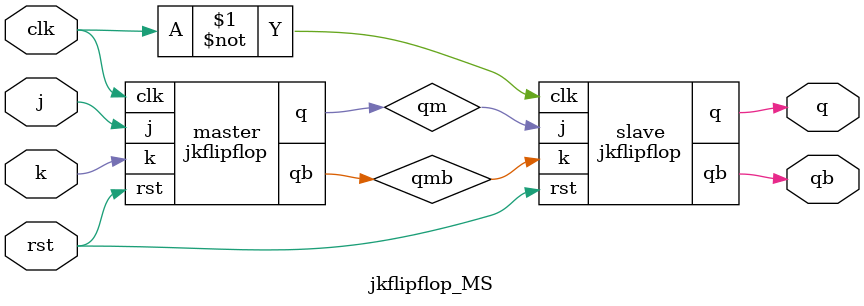
<source format=v>
`timescale 1ns / 1ps

module jkflipflop(j, k, rst, clk, q, qb);
    input j, k, clk, rst;
    output reg q;
    output qb;

    always @(posedge clk or posedge rst) begin
        if (rst)
            q <= 1'b0;
        else begin
            case ({j, k})
                2'b00: q <= q;     // No change
                2'b01: q <= 1'b0;  // Reset
                2'b10: q <= 1'b1;  // Set
                2'b11: q <= ~q;    // Toggle
                default: q <= q;
            endcase
        end
    end
    assign qb = ~q;
endmodule

// Master–Slave JK Flip-Flop
module jkflipflop_MS(j, k, rst, clk, q, qb);
    input j, k, clk, rst;
    output reg q;
    output qb;

    wire qm, qmb;

    // Master JK (positive edge)
    jkflipflop master (
        .j(j),
        .k(k),
        .rst(rst),
        .clk(clk),
        .q(qm),
        .qb(qmb)
    );

    // Slave JK (negative edge)
    jkflipflop slave (
        .j(qm),
        .k(qmb),
        .rst(rst),
        .clk(~clk),
        .q(q),
        .qb(qb)
    );
endmodule

</source>
